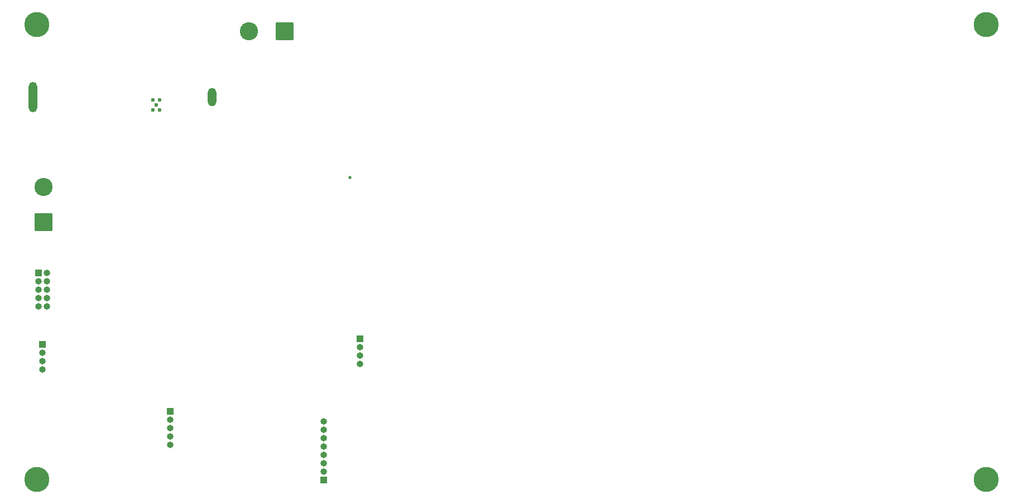
<source format=gbs>
G04 #@! TF.GenerationSoftware,KiCad,Pcbnew,8.0.2-8.0.2-0~ubuntu22.04.1*
G04 #@! TF.CreationDate,2024-05-15T13:26:15-04:00*
G04 #@! TF.ProjectId,holiday-widget,686f6c69-6461-4792-9d77-69646765742e,1.0*
G04 #@! TF.SameCoordinates,Original*
G04 #@! TF.FileFunction,Soldermask,Bot*
G04 #@! TF.FilePolarity,Negative*
%FSLAX46Y46*%
G04 Gerber Fmt 4.6, Leading zero omitted, Abs format (unit mm)*
G04 Created by KiCad (PCBNEW 8.0.2-8.0.2-0~ubuntu22.04.1) date 2024-05-15 13:26:15*
%MOMM*%
%LPD*%
G01*
G04 APERTURE LIST*
G04 Aperture macros list*
%AMRoundRect*
0 Rectangle with rounded corners*
0 $1 Rounding radius*
0 $2 $3 $4 $5 $6 $7 $8 $9 X,Y pos of 4 corners*
0 Add a 4 corners polygon primitive as box body*
4,1,4,$2,$3,$4,$5,$6,$7,$8,$9,$2,$3,0*
0 Add four circle primitives for the rounded corners*
1,1,$1+$1,$2,$3*
1,1,$1+$1,$4,$5*
1,1,$1+$1,$6,$7*
1,1,$1+$1,$8,$9*
0 Add four rect primitives between the rounded corners*
20,1,$1+$1,$2,$3,$4,$5,0*
20,1,$1+$1,$4,$5,$6,$7,0*
20,1,$1+$1,$6,$7,$8,$9,0*
20,1,$1+$1,$8,$9,$2,$3,0*%
G04 Aperture macros list end*
%ADD10C,0.600000*%
%ADD11R,1.000000X1.000000*%
%ADD12O,1.000000X1.000000*%
%ADD13RoundRect,0.250000X1.125000X1.125000X-1.125000X1.125000X-1.125000X-1.125000X1.125000X-1.125000X0*%
%ADD14C,2.750000*%
%ADD15RoundRect,0.250000X1.125000X-1.125000X1.125000X1.125000X-1.125000X1.125000X-1.125000X-1.125000X0*%
%ADD16C,0.500000*%
%ADD17C,2.600000*%
%ADD18C,3.800000*%
%ADD19O,1.300000X4.600000*%
%ADD20O,1.300000X2.800000*%
G04 APERTURE END LIST*
D10*
X134606196Y-85919048D03*
X134606196Y-87419048D03*
X135106196Y-86669048D03*
X135606196Y-85919048D03*
X135606196Y-87419048D03*
D11*
X160500000Y-143560000D03*
D12*
X160500000Y-142290000D03*
X160500000Y-141020000D03*
X160500000Y-139750000D03*
X160500000Y-138480000D03*
X160500000Y-137210000D03*
X160500000Y-135940000D03*
X160500000Y-134670000D03*
D13*
X154607267Y-75475364D03*
D14*
X149207267Y-75475364D03*
D15*
X118000000Y-104500000D03*
D14*
X118000000Y-99100000D03*
D11*
X117875360Y-123032355D03*
D12*
X117875360Y-124302355D03*
X117875360Y-125572355D03*
X117875360Y-126842355D03*
D16*
X164523200Y-97662500D03*
D11*
X137250000Y-133190000D03*
D12*
X137250000Y-134460000D03*
X137250000Y-135730000D03*
X137250000Y-137000000D03*
X137250000Y-138270000D03*
D17*
X261000000Y-143500000D03*
D18*
X261000000Y-143500000D03*
D17*
X261000000Y-74500000D03*
D18*
X261000000Y-74500000D03*
D17*
X117000000Y-74500000D03*
D18*
X117000000Y-74500000D03*
D17*
X117000000Y-143500000D03*
D18*
X117000000Y-143500000D03*
D11*
X166000000Y-122140000D03*
D12*
X166000000Y-123410000D03*
X166000000Y-124680000D03*
X166000000Y-125950000D03*
D11*
X117230000Y-112190000D03*
D12*
X118500000Y-112190000D03*
X117230000Y-113460000D03*
X118500000Y-113460000D03*
X117230000Y-114730000D03*
X118500000Y-114730000D03*
X117230000Y-116000000D03*
X118500000Y-116000000D03*
X117230000Y-117270000D03*
X118500000Y-117270000D03*
D19*
X116400000Y-85500000D03*
D20*
X143600000Y-85500000D03*
M02*

</source>
